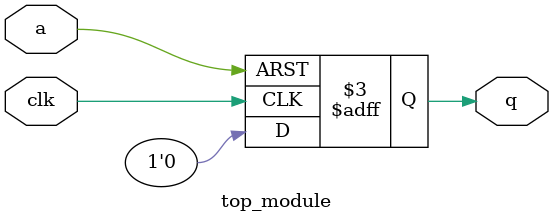
<source format=sv>
module top_module (
  input clk,
  input a,
  output reg q
);

  always @(posedge clk or posedge a) begin
    if (a == 1) begin
      q <= 1;
    end else begin
      q <= 0;
    end
  end

endmodule

</source>
